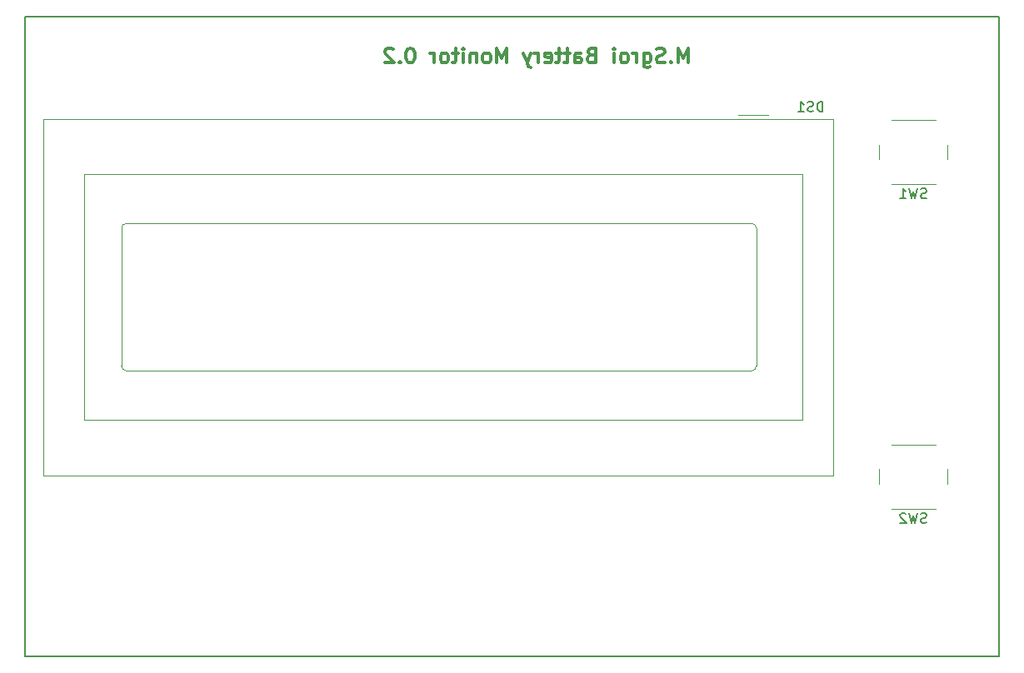
<source format=gbr>
%TF.GenerationSoftware,KiCad,Pcbnew,4.0.7-e2-6376~58~ubuntu16.04.1*%
%TF.CreationDate,2017-12-30T20:10:32+10:00*%
%TF.ProjectId,battmon0,626174746D6F6E302E6B696361645F70,rev?*%
%TF.FileFunction,Legend,Bot*%
%FSLAX46Y46*%
G04 Gerber Fmt 4.6, Leading zero omitted, Abs format (unit mm)*
G04 Created by KiCad (PCBNEW 4.0.7-e2-6376~58~ubuntu16.04.1) date Sat Dec 30 20:10:32 2017*
%MOMM*%
%LPD*%
G01*
G04 APERTURE LIST*
%ADD10C,0.100000*%
%ADD11C,0.300000*%
%ADD12C,0.150000*%
%ADD13C,0.120000*%
G04 APERTURE END LIST*
D10*
D11*
X102357142Y-131678571D02*
X102357142Y-130178571D01*
X101857142Y-131250000D01*
X101357142Y-130178571D01*
X101357142Y-131678571D01*
X100642856Y-131535714D02*
X100571428Y-131607143D01*
X100642856Y-131678571D01*
X100714285Y-131607143D01*
X100642856Y-131535714D01*
X100642856Y-131678571D01*
X99999999Y-131607143D02*
X99785713Y-131678571D01*
X99428570Y-131678571D01*
X99285713Y-131607143D01*
X99214284Y-131535714D01*
X99142856Y-131392857D01*
X99142856Y-131250000D01*
X99214284Y-131107143D01*
X99285713Y-131035714D01*
X99428570Y-130964286D01*
X99714284Y-130892857D01*
X99857142Y-130821429D01*
X99928570Y-130750000D01*
X99999999Y-130607143D01*
X99999999Y-130464286D01*
X99928570Y-130321429D01*
X99857142Y-130250000D01*
X99714284Y-130178571D01*
X99357142Y-130178571D01*
X99142856Y-130250000D01*
X97857142Y-130678571D02*
X97857142Y-131892857D01*
X97928571Y-132035714D01*
X97999999Y-132107143D01*
X98142856Y-132178571D01*
X98357142Y-132178571D01*
X98499999Y-132107143D01*
X97857142Y-131607143D02*
X97999999Y-131678571D01*
X98285713Y-131678571D01*
X98428571Y-131607143D01*
X98499999Y-131535714D01*
X98571428Y-131392857D01*
X98571428Y-130964286D01*
X98499999Y-130821429D01*
X98428571Y-130750000D01*
X98285713Y-130678571D01*
X97999999Y-130678571D01*
X97857142Y-130750000D01*
X97142856Y-131678571D02*
X97142856Y-130678571D01*
X97142856Y-130964286D02*
X97071428Y-130821429D01*
X96999999Y-130750000D01*
X96857142Y-130678571D01*
X96714285Y-130678571D01*
X95999999Y-131678571D02*
X96142857Y-131607143D01*
X96214285Y-131535714D01*
X96285714Y-131392857D01*
X96285714Y-130964286D01*
X96214285Y-130821429D01*
X96142857Y-130750000D01*
X95999999Y-130678571D01*
X95785714Y-130678571D01*
X95642857Y-130750000D01*
X95571428Y-130821429D01*
X95499999Y-130964286D01*
X95499999Y-131392857D01*
X95571428Y-131535714D01*
X95642857Y-131607143D01*
X95785714Y-131678571D01*
X95999999Y-131678571D01*
X94857142Y-131678571D02*
X94857142Y-130678571D01*
X94857142Y-130178571D02*
X94928571Y-130250000D01*
X94857142Y-130321429D01*
X94785714Y-130250000D01*
X94857142Y-130178571D01*
X94857142Y-130321429D01*
X92499999Y-130892857D02*
X92285713Y-130964286D01*
X92214285Y-131035714D01*
X92142856Y-131178571D01*
X92142856Y-131392857D01*
X92214285Y-131535714D01*
X92285713Y-131607143D01*
X92428571Y-131678571D01*
X92999999Y-131678571D01*
X92999999Y-130178571D01*
X92499999Y-130178571D01*
X92357142Y-130250000D01*
X92285713Y-130321429D01*
X92214285Y-130464286D01*
X92214285Y-130607143D01*
X92285713Y-130750000D01*
X92357142Y-130821429D01*
X92499999Y-130892857D01*
X92999999Y-130892857D01*
X90857142Y-131678571D02*
X90857142Y-130892857D01*
X90928571Y-130750000D01*
X91071428Y-130678571D01*
X91357142Y-130678571D01*
X91499999Y-130750000D01*
X90857142Y-131607143D02*
X90999999Y-131678571D01*
X91357142Y-131678571D01*
X91499999Y-131607143D01*
X91571428Y-131464286D01*
X91571428Y-131321429D01*
X91499999Y-131178571D01*
X91357142Y-131107143D01*
X90999999Y-131107143D01*
X90857142Y-131035714D01*
X90357142Y-130678571D02*
X89785713Y-130678571D01*
X90142856Y-130178571D02*
X90142856Y-131464286D01*
X90071428Y-131607143D01*
X89928570Y-131678571D01*
X89785713Y-131678571D01*
X89499999Y-130678571D02*
X88928570Y-130678571D01*
X89285713Y-130178571D02*
X89285713Y-131464286D01*
X89214285Y-131607143D01*
X89071427Y-131678571D01*
X88928570Y-131678571D01*
X87857142Y-131607143D02*
X87999999Y-131678571D01*
X88285713Y-131678571D01*
X88428570Y-131607143D01*
X88499999Y-131464286D01*
X88499999Y-130892857D01*
X88428570Y-130750000D01*
X88285713Y-130678571D01*
X87999999Y-130678571D01*
X87857142Y-130750000D01*
X87785713Y-130892857D01*
X87785713Y-131035714D01*
X88499999Y-131178571D01*
X87142856Y-131678571D02*
X87142856Y-130678571D01*
X87142856Y-130964286D02*
X87071428Y-130821429D01*
X86999999Y-130750000D01*
X86857142Y-130678571D01*
X86714285Y-130678571D01*
X86357142Y-130678571D02*
X85999999Y-131678571D01*
X85642857Y-130678571D02*
X85999999Y-131678571D01*
X86142857Y-132035714D01*
X86214285Y-132107143D01*
X86357142Y-132178571D01*
X83928571Y-131678571D02*
X83928571Y-130178571D01*
X83428571Y-131250000D01*
X82928571Y-130178571D01*
X82928571Y-131678571D01*
X81999999Y-131678571D02*
X82142857Y-131607143D01*
X82214285Y-131535714D01*
X82285714Y-131392857D01*
X82285714Y-130964286D01*
X82214285Y-130821429D01*
X82142857Y-130750000D01*
X81999999Y-130678571D01*
X81785714Y-130678571D01*
X81642857Y-130750000D01*
X81571428Y-130821429D01*
X81499999Y-130964286D01*
X81499999Y-131392857D01*
X81571428Y-131535714D01*
X81642857Y-131607143D01*
X81785714Y-131678571D01*
X81999999Y-131678571D01*
X80857142Y-130678571D02*
X80857142Y-131678571D01*
X80857142Y-130821429D02*
X80785714Y-130750000D01*
X80642856Y-130678571D01*
X80428571Y-130678571D01*
X80285714Y-130750000D01*
X80214285Y-130892857D01*
X80214285Y-131678571D01*
X79499999Y-131678571D02*
X79499999Y-130678571D01*
X79499999Y-130178571D02*
X79571428Y-130250000D01*
X79499999Y-130321429D01*
X79428571Y-130250000D01*
X79499999Y-130178571D01*
X79499999Y-130321429D01*
X78999999Y-130678571D02*
X78428570Y-130678571D01*
X78785713Y-130178571D02*
X78785713Y-131464286D01*
X78714285Y-131607143D01*
X78571427Y-131678571D01*
X78428570Y-131678571D01*
X77714284Y-131678571D02*
X77857142Y-131607143D01*
X77928570Y-131535714D01*
X77999999Y-131392857D01*
X77999999Y-130964286D01*
X77928570Y-130821429D01*
X77857142Y-130750000D01*
X77714284Y-130678571D01*
X77499999Y-130678571D01*
X77357142Y-130750000D01*
X77285713Y-130821429D01*
X77214284Y-130964286D01*
X77214284Y-131392857D01*
X77285713Y-131535714D01*
X77357142Y-131607143D01*
X77499999Y-131678571D01*
X77714284Y-131678571D01*
X76571427Y-131678571D02*
X76571427Y-130678571D01*
X76571427Y-130964286D02*
X76499999Y-130821429D01*
X76428570Y-130750000D01*
X76285713Y-130678571D01*
X76142856Y-130678571D01*
X74214285Y-130178571D02*
X74071428Y-130178571D01*
X73928571Y-130250000D01*
X73857142Y-130321429D01*
X73785713Y-130464286D01*
X73714285Y-130750000D01*
X73714285Y-131107143D01*
X73785713Y-131392857D01*
X73857142Y-131535714D01*
X73928571Y-131607143D01*
X74071428Y-131678571D01*
X74214285Y-131678571D01*
X74357142Y-131607143D01*
X74428571Y-131535714D01*
X74499999Y-131392857D01*
X74571428Y-131107143D01*
X74571428Y-130750000D01*
X74499999Y-130464286D01*
X74428571Y-130321429D01*
X74357142Y-130250000D01*
X74214285Y-130178571D01*
X73071428Y-131535714D02*
X73000000Y-131607143D01*
X73071428Y-131678571D01*
X73142857Y-131607143D01*
X73071428Y-131535714D01*
X73071428Y-131678571D01*
X72428571Y-130321429D02*
X72357142Y-130250000D01*
X72214285Y-130178571D01*
X71857142Y-130178571D01*
X71714285Y-130250000D01*
X71642856Y-130321429D01*
X71571428Y-130464286D01*
X71571428Y-130607143D01*
X71642856Y-130821429D01*
X72499999Y-131678571D01*
X71571428Y-131678571D01*
D12*
X134000000Y-127000000D02*
X134000000Y-192000000D01*
X35000000Y-127000000D02*
X134000000Y-127000000D01*
X35000000Y-192000000D02*
X35000000Y-127000000D01*
X134000000Y-192000000D02*
X35000000Y-192000000D01*
D13*
X117140000Y-173640000D02*
X36860000Y-173640000D01*
X36860000Y-173640000D02*
X36860000Y-137360000D01*
X36860000Y-137360000D02*
X116340000Y-137360000D01*
X117140000Y-137360000D02*
X117140000Y-173640000D01*
X117130000Y-137360000D02*
X116340000Y-137360000D01*
X110500000Y-137000000D02*
X107500000Y-137000000D01*
X108800000Y-148000000D02*
X45300000Y-148000000D01*
X109299720Y-162499320D02*
X109299720Y-148500000D01*
X45299340Y-163000000D02*
X108800000Y-163000000D01*
X44800000Y-148500000D02*
X44800000Y-162500000D01*
X44800000Y-148500000D02*
G75*
G02X45300000Y-148000000I500000J0D01*
G01*
X45299340Y-162999700D02*
G75*
G02X44798960Y-162499320I0J500380D01*
G01*
X109299720Y-162499320D02*
G75*
G02X108799340Y-162999700I-500380J0D01*
G01*
X108799340Y-147998460D02*
G75*
G02X109299720Y-148498840I0J-500380D01*
G01*
X114000000Y-143000000D02*
X41000000Y-143000000D01*
X41000000Y-143000000D02*
X41000000Y-168000000D01*
X41000000Y-168000000D02*
X114000000Y-168000000D01*
X114000000Y-168000000D02*
X114000000Y-143000000D01*
X123000000Y-137500000D02*
X127500000Y-137500000D01*
X121750000Y-141500000D02*
X121750000Y-140000000D01*
X127500000Y-144000000D02*
X123000000Y-144000000D01*
X128750000Y-140000000D02*
X128750000Y-141500000D01*
X123000000Y-170500000D02*
X127500000Y-170500000D01*
X121750000Y-174500000D02*
X121750000Y-173000000D01*
X127500000Y-177000000D02*
X123000000Y-177000000D01*
X128750000Y-173000000D02*
X128750000Y-174500000D01*
D12*
X116034286Y-136642381D02*
X116034286Y-135642381D01*
X115796191Y-135642381D01*
X115653333Y-135690000D01*
X115558095Y-135785238D01*
X115510476Y-135880476D01*
X115462857Y-136070952D01*
X115462857Y-136213810D01*
X115510476Y-136404286D01*
X115558095Y-136499524D01*
X115653333Y-136594762D01*
X115796191Y-136642381D01*
X116034286Y-136642381D01*
X115081905Y-136594762D02*
X114939048Y-136642381D01*
X114700952Y-136642381D01*
X114605714Y-136594762D01*
X114558095Y-136547143D01*
X114510476Y-136451905D01*
X114510476Y-136356667D01*
X114558095Y-136261429D01*
X114605714Y-136213810D01*
X114700952Y-136166190D01*
X114891429Y-136118571D01*
X114986667Y-136070952D01*
X115034286Y-136023333D01*
X115081905Y-135928095D01*
X115081905Y-135832857D01*
X115034286Y-135737619D01*
X114986667Y-135690000D01*
X114891429Y-135642381D01*
X114653333Y-135642381D01*
X114510476Y-135690000D01*
X113558095Y-136642381D02*
X114129524Y-136642381D01*
X113843810Y-136642381D02*
X113843810Y-135642381D01*
X113939048Y-135785238D01*
X114034286Y-135880476D01*
X114129524Y-135928095D01*
X126583333Y-145404762D02*
X126440476Y-145452381D01*
X126202380Y-145452381D01*
X126107142Y-145404762D01*
X126059523Y-145357143D01*
X126011904Y-145261905D01*
X126011904Y-145166667D01*
X126059523Y-145071429D01*
X126107142Y-145023810D01*
X126202380Y-144976190D01*
X126392857Y-144928571D01*
X126488095Y-144880952D01*
X126535714Y-144833333D01*
X126583333Y-144738095D01*
X126583333Y-144642857D01*
X126535714Y-144547619D01*
X126488095Y-144500000D01*
X126392857Y-144452381D01*
X126154761Y-144452381D01*
X126011904Y-144500000D01*
X125678571Y-144452381D02*
X125440476Y-145452381D01*
X125249999Y-144738095D01*
X125059523Y-145452381D01*
X124821428Y-144452381D01*
X123916666Y-145452381D02*
X124488095Y-145452381D01*
X124202381Y-145452381D02*
X124202381Y-144452381D01*
X124297619Y-144595238D01*
X124392857Y-144690476D01*
X124488095Y-144738095D01*
X126583333Y-178404762D02*
X126440476Y-178452381D01*
X126202380Y-178452381D01*
X126107142Y-178404762D01*
X126059523Y-178357143D01*
X126011904Y-178261905D01*
X126011904Y-178166667D01*
X126059523Y-178071429D01*
X126107142Y-178023810D01*
X126202380Y-177976190D01*
X126392857Y-177928571D01*
X126488095Y-177880952D01*
X126535714Y-177833333D01*
X126583333Y-177738095D01*
X126583333Y-177642857D01*
X126535714Y-177547619D01*
X126488095Y-177500000D01*
X126392857Y-177452381D01*
X126154761Y-177452381D01*
X126011904Y-177500000D01*
X125678571Y-177452381D02*
X125440476Y-178452381D01*
X125249999Y-177738095D01*
X125059523Y-178452381D01*
X124821428Y-177452381D01*
X124488095Y-177547619D02*
X124440476Y-177500000D01*
X124345238Y-177452381D01*
X124107142Y-177452381D01*
X124011904Y-177500000D01*
X123964285Y-177547619D01*
X123916666Y-177642857D01*
X123916666Y-177738095D01*
X123964285Y-177880952D01*
X124535714Y-178452381D01*
X123916666Y-178452381D01*
M02*

</source>
